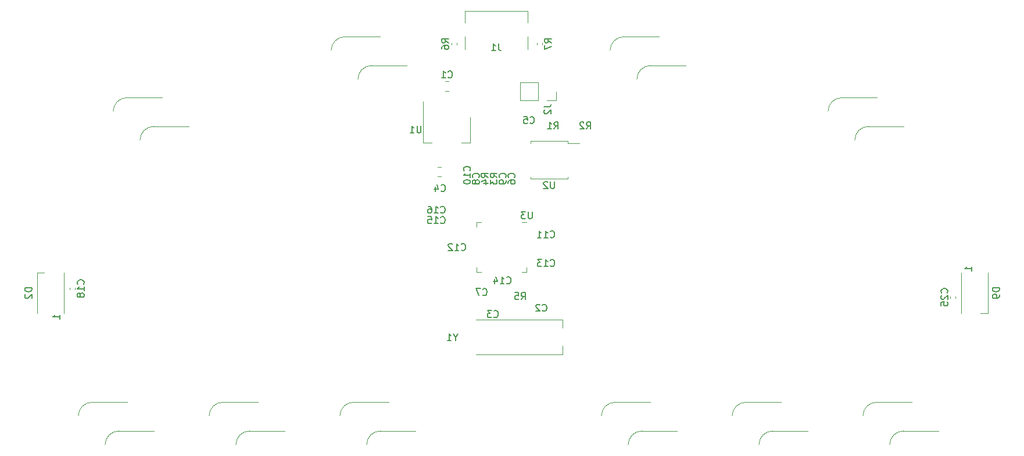
<source format=gbr>
G04 #@! TF.GenerationSoftware,KiCad,Pcbnew,(6.0.5)*
G04 #@! TF.CreationDate,2022-05-28T18:13:48+02:00*
G04 #@! TF.ProjectId,minigeki,6d696e69-6765-46b6-992e-6b696361645f,REV1*
G04 #@! TF.SameCoordinates,Original*
G04 #@! TF.FileFunction,Legend,Bot*
G04 #@! TF.FilePolarity,Positive*
%FSLAX46Y46*%
G04 Gerber Fmt 4.6, Leading zero omitted, Abs format (unit mm)*
G04 Created by KiCad (PCBNEW (6.0.5)) date 2022-05-28 18:13:48*
%MOMM*%
%LPD*%
G01*
G04 APERTURE LIST*
%ADD10C,0.150000*%
%ADD11C,0.120000*%
G04 APERTURE END LIST*
D10*
X91200666Y-91797142D02*
X91248285Y-91844761D01*
X91391142Y-91892380D01*
X91486380Y-91892380D01*
X91629238Y-91844761D01*
X91724476Y-91749523D01*
X91772095Y-91654285D01*
X91819714Y-91463809D01*
X91819714Y-91320952D01*
X91772095Y-91130476D01*
X91724476Y-91035238D01*
X91629238Y-90940000D01*
X91486380Y-90892380D01*
X91391142Y-90892380D01*
X91248285Y-90940000D01*
X91200666Y-90987619D01*
X90343523Y-91225714D02*
X90343523Y-91892380D01*
X90581619Y-90844761D02*
X90819714Y-91559047D01*
X90200666Y-91559047D01*
X106205364Y-79545791D02*
X106919650Y-79545791D01*
X107062507Y-79498172D01*
X107157745Y-79402934D01*
X107205364Y-79260077D01*
X107205364Y-79164839D01*
X106300603Y-79974363D02*
X106252984Y-80021982D01*
X106205364Y-80117220D01*
X106205364Y-80355315D01*
X106252984Y-80450553D01*
X106300603Y-80498172D01*
X106395841Y-80545791D01*
X106491079Y-80545791D01*
X106633936Y-80498172D01*
X107205364Y-79926744D01*
X107205364Y-80545791D01*
X95367142Y-88857142D02*
X95414761Y-88809523D01*
X95462380Y-88666666D01*
X95462380Y-88571428D01*
X95414761Y-88428571D01*
X95319523Y-88333333D01*
X95224285Y-88285714D01*
X95033809Y-88238095D01*
X94890952Y-88238095D01*
X94700476Y-88285714D01*
X94605238Y-88333333D01*
X94510000Y-88428571D01*
X94462380Y-88571428D01*
X94462380Y-88666666D01*
X94510000Y-88809523D01*
X94557619Y-88857142D01*
X95462380Y-89809523D02*
X95462380Y-89238095D01*
X95462380Y-89523809D02*
X94462380Y-89523809D01*
X94605238Y-89428571D01*
X94700476Y-89333333D01*
X94748095Y-89238095D01*
X94462380Y-90428571D02*
X94462380Y-90523809D01*
X94510000Y-90619047D01*
X94557619Y-90666666D01*
X94652857Y-90714285D01*
X94843333Y-90761904D01*
X95081428Y-90761904D01*
X95271904Y-90714285D01*
X95367142Y-90666666D01*
X95414761Y-90619047D01*
X95462380Y-90523809D01*
X95462380Y-90428571D01*
X95414761Y-90333333D01*
X95367142Y-90285714D01*
X95271904Y-90238095D01*
X95081428Y-90190476D01*
X94843333Y-90190476D01*
X94652857Y-90238095D01*
X94557619Y-90285714D01*
X94510000Y-90333333D01*
X94462380Y-90428571D01*
X96667142Y-89833333D02*
X96714761Y-89785714D01*
X96762380Y-89642857D01*
X96762380Y-89547619D01*
X96714761Y-89404761D01*
X96619523Y-89309523D01*
X96524285Y-89261904D01*
X96333809Y-89214285D01*
X96190952Y-89214285D01*
X96000476Y-89261904D01*
X95905238Y-89309523D01*
X95810000Y-89404761D01*
X95762380Y-89547619D01*
X95762380Y-89642857D01*
X95810000Y-89785714D01*
X95857619Y-89833333D01*
X96190952Y-90404761D02*
X96143333Y-90309523D01*
X96095714Y-90261904D01*
X96000476Y-90214285D01*
X95952857Y-90214285D01*
X95857619Y-90261904D01*
X95810000Y-90309523D01*
X95762380Y-90404761D01*
X95762380Y-90595238D01*
X95810000Y-90690476D01*
X95857619Y-90738095D01*
X95952857Y-90785714D01*
X96000476Y-90785714D01*
X96095714Y-90738095D01*
X96143333Y-90690476D01*
X96190952Y-90595238D01*
X96190952Y-90404761D01*
X96238571Y-90309523D01*
X96286190Y-90261904D01*
X96381428Y-90214285D01*
X96571904Y-90214285D01*
X96667142Y-90261904D01*
X96714761Y-90309523D01*
X96762380Y-90404761D01*
X96762380Y-90595238D01*
X96714761Y-90690476D01*
X96667142Y-90738095D01*
X96571904Y-90785714D01*
X96381428Y-90785714D01*
X96286190Y-90738095D01*
X96238571Y-90690476D01*
X96190952Y-90595238D01*
X107127857Y-102727142D02*
X107175476Y-102774761D01*
X107318333Y-102822380D01*
X107413571Y-102822380D01*
X107556428Y-102774761D01*
X107651666Y-102679523D01*
X107699285Y-102584285D01*
X107746904Y-102393809D01*
X107746904Y-102250952D01*
X107699285Y-102060476D01*
X107651666Y-101965238D01*
X107556428Y-101870000D01*
X107413571Y-101822380D01*
X107318333Y-101822380D01*
X107175476Y-101870000D01*
X107127857Y-101917619D01*
X106175476Y-102822380D02*
X106746904Y-102822380D01*
X106461190Y-102822380D02*
X106461190Y-101822380D01*
X106556428Y-101965238D01*
X106651666Y-102060476D01*
X106746904Y-102108095D01*
X105842142Y-101822380D02*
X105223095Y-101822380D01*
X105556428Y-102203333D01*
X105413571Y-102203333D01*
X105318333Y-102250952D01*
X105270714Y-102298571D01*
X105223095Y-102393809D01*
X105223095Y-102631904D01*
X105270714Y-102727142D01*
X105318333Y-102774761D01*
X105413571Y-102822380D01*
X105699285Y-102822380D01*
X105794523Y-102774761D01*
X105842142Y-102727142D01*
X104166666Y-81857142D02*
X104214285Y-81904761D01*
X104357142Y-81952380D01*
X104452380Y-81952380D01*
X104595238Y-81904761D01*
X104690476Y-81809523D01*
X104738095Y-81714285D01*
X104785714Y-81523809D01*
X104785714Y-81380952D01*
X104738095Y-81190476D01*
X104690476Y-81095238D01*
X104595238Y-81000000D01*
X104452380Y-80952380D01*
X104357142Y-80952380D01*
X104214285Y-81000000D01*
X104166666Y-81047619D01*
X103261904Y-80952380D02*
X103738095Y-80952380D01*
X103785714Y-81428571D01*
X103738095Y-81380952D01*
X103642857Y-81333333D01*
X103404761Y-81333333D01*
X103309523Y-81380952D01*
X103261904Y-81428571D01*
X103214285Y-81523809D01*
X103214285Y-81761904D01*
X103261904Y-81857142D01*
X103309523Y-81904761D01*
X103404761Y-81952380D01*
X103642857Y-81952380D01*
X103738095Y-81904761D01*
X103785714Y-81857142D01*
X112366666Y-82752380D02*
X112700000Y-82276190D01*
X112938095Y-82752380D02*
X112938095Y-81752380D01*
X112557142Y-81752380D01*
X112461904Y-81800000D01*
X112414285Y-81847619D01*
X112366666Y-81942857D01*
X112366666Y-82085714D01*
X112414285Y-82180952D01*
X112461904Y-82228571D01*
X112557142Y-82276190D01*
X112938095Y-82276190D01*
X111985714Y-81847619D02*
X111938095Y-81800000D01*
X111842857Y-81752380D01*
X111604761Y-81752380D01*
X111509523Y-81800000D01*
X111461904Y-81847619D01*
X111414285Y-81942857D01*
X111414285Y-82038095D01*
X111461904Y-82180952D01*
X112033333Y-82752380D01*
X111414285Y-82752380D01*
X88261904Y-82302380D02*
X88261904Y-83111904D01*
X88214285Y-83207142D01*
X88166666Y-83254761D01*
X88071428Y-83302380D01*
X87880952Y-83302380D01*
X87785714Y-83254761D01*
X87738095Y-83207142D01*
X87690476Y-83111904D01*
X87690476Y-82302380D01*
X86690476Y-83302380D02*
X87261904Y-83302380D01*
X86976190Y-83302380D02*
X86976190Y-82302380D01*
X87071428Y-82445238D01*
X87166666Y-82540476D01*
X87261904Y-82588095D01*
X107711904Y-90452380D02*
X107711904Y-91261904D01*
X107664285Y-91357142D01*
X107616666Y-91404761D01*
X107521428Y-91452380D01*
X107330952Y-91452380D01*
X107235714Y-91404761D01*
X107188095Y-91357142D01*
X107140476Y-91261904D01*
X107140476Y-90452380D01*
X106711904Y-90547619D02*
X106664285Y-90500000D01*
X106569047Y-90452380D01*
X106330952Y-90452380D01*
X106235714Y-90500000D01*
X106188095Y-90547619D01*
X106140476Y-90642857D01*
X106140476Y-90738095D01*
X106188095Y-90880952D01*
X106759523Y-91452380D01*
X106140476Y-91452380D01*
X98896666Y-110171142D02*
X98944285Y-110218761D01*
X99087142Y-110266380D01*
X99182380Y-110266380D01*
X99325238Y-110218761D01*
X99420476Y-110123523D01*
X99468095Y-110028285D01*
X99515714Y-109837809D01*
X99515714Y-109694952D01*
X99468095Y-109504476D01*
X99420476Y-109409238D01*
X99325238Y-109314000D01*
X99182380Y-109266380D01*
X99087142Y-109266380D01*
X98944285Y-109314000D01*
X98896666Y-109361619D01*
X98563333Y-109266380D02*
X97944285Y-109266380D01*
X98277619Y-109647333D01*
X98134761Y-109647333D01*
X98039523Y-109694952D01*
X97991904Y-109742571D01*
X97944285Y-109837809D01*
X97944285Y-110075904D01*
X97991904Y-110171142D01*
X98039523Y-110218761D01*
X98134761Y-110266380D01*
X98420476Y-110266380D01*
X98515714Y-110218761D01*
X98563333Y-110171142D01*
X107666666Y-82752380D02*
X108000000Y-82276190D01*
X108238095Y-82752380D02*
X108238095Y-81752380D01*
X107857142Y-81752380D01*
X107761904Y-81800000D01*
X107714285Y-81847619D01*
X107666666Y-81942857D01*
X107666666Y-82085714D01*
X107714285Y-82180952D01*
X107761904Y-82228571D01*
X107857142Y-82276190D01*
X108238095Y-82276190D01*
X106714285Y-82752380D02*
X107285714Y-82752380D01*
X107000000Y-82752380D02*
X107000000Y-81752380D01*
X107095238Y-81895238D01*
X107190476Y-81990476D01*
X107285714Y-82038095D01*
X100557142Y-89833333D02*
X100604761Y-89785714D01*
X100652380Y-89642857D01*
X100652380Y-89547619D01*
X100604761Y-89404761D01*
X100509523Y-89309523D01*
X100414285Y-89261904D01*
X100223809Y-89214285D01*
X100080952Y-89214285D01*
X99890476Y-89261904D01*
X99795238Y-89309523D01*
X99700000Y-89404761D01*
X99652380Y-89547619D01*
X99652380Y-89642857D01*
X99700000Y-89785714D01*
X99747619Y-89833333D01*
X100652380Y-90309523D02*
X100652380Y-90500000D01*
X100604761Y-90595238D01*
X100557142Y-90642857D01*
X100414285Y-90738095D01*
X100223809Y-90785714D01*
X99842857Y-90785714D01*
X99747619Y-90738095D01*
X99700000Y-90690476D01*
X99652380Y-90595238D01*
X99652380Y-90404761D01*
X99700000Y-90309523D01*
X99747619Y-90261904D01*
X99842857Y-90214285D01*
X100080952Y-90214285D01*
X100176190Y-90261904D01*
X100223809Y-90309523D01*
X100271428Y-90404761D01*
X100271428Y-90595238D01*
X100223809Y-90690476D01*
X100176190Y-90738095D01*
X100080952Y-90785714D01*
X94157857Y-100387142D02*
X94205476Y-100434761D01*
X94348333Y-100482380D01*
X94443571Y-100482380D01*
X94586428Y-100434761D01*
X94681666Y-100339523D01*
X94729285Y-100244285D01*
X94776904Y-100053809D01*
X94776904Y-99910952D01*
X94729285Y-99720476D01*
X94681666Y-99625238D01*
X94586428Y-99530000D01*
X94443571Y-99482380D01*
X94348333Y-99482380D01*
X94205476Y-99530000D01*
X94157857Y-99577619D01*
X93205476Y-100482380D02*
X93776904Y-100482380D01*
X93491190Y-100482380D02*
X93491190Y-99482380D01*
X93586428Y-99625238D01*
X93681666Y-99720476D01*
X93776904Y-99768095D01*
X92824523Y-99577619D02*
X92776904Y-99530000D01*
X92681666Y-99482380D01*
X92443571Y-99482380D01*
X92348333Y-99530000D01*
X92300714Y-99577619D01*
X92253095Y-99672857D01*
X92253095Y-99768095D01*
X92300714Y-99910952D01*
X92872142Y-100482380D01*
X92253095Y-100482380D01*
X100761857Y-105257142D02*
X100809476Y-105304761D01*
X100952333Y-105352380D01*
X101047571Y-105352380D01*
X101190428Y-105304761D01*
X101285666Y-105209523D01*
X101333285Y-105114285D01*
X101380904Y-104923809D01*
X101380904Y-104780952D01*
X101333285Y-104590476D01*
X101285666Y-104495238D01*
X101190428Y-104400000D01*
X101047571Y-104352380D01*
X100952333Y-104352380D01*
X100809476Y-104400000D01*
X100761857Y-104447619D01*
X99809476Y-105352380D02*
X100380904Y-105352380D01*
X100095190Y-105352380D02*
X100095190Y-104352380D01*
X100190428Y-104495238D01*
X100285666Y-104590476D01*
X100380904Y-104638095D01*
X98952333Y-104685714D02*
X98952333Y-105352380D01*
X99190428Y-104304761D02*
X99428523Y-105019047D01*
X98809476Y-105019047D01*
X99362380Y-89833333D02*
X98886190Y-89500000D01*
X99362380Y-89261904D02*
X98362380Y-89261904D01*
X98362380Y-89642857D01*
X98410000Y-89738095D01*
X98457619Y-89785714D01*
X98552857Y-89833333D01*
X98695714Y-89833333D01*
X98790952Y-89785714D01*
X98838571Y-89738095D01*
X98886190Y-89642857D01*
X98886190Y-89261904D01*
X98362380Y-90166666D02*
X98362380Y-90785714D01*
X98743333Y-90452380D01*
X98743333Y-90595238D01*
X98790952Y-90690476D01*
X98838571Y-90738095D01*
X98933809Y-90785714D01*
X99171904Y-90785714D01*
X99267142Y-90738095D01*
X99314761Y-90690476D01*
X99362380Y-90595238D01*
X99362380Y-90309523D01*
X99314761Y-90214285D01*
X99267142Y-90166666D01*
X97266666Y-106957142D02*
X97314285Y-107004761D01*
X97457142Y-107052380D01*
X97552380Y-107052380D01*
X97695238Y-107004761D01*
X97790476Y-106909523D01*
X97838095Y-106814285D01*
X97885714Y-106623809D01*
X97885714Y-106480952D01*
X97838095Y-106290476D01*
X97790476Y-106195238D01*
X97695238Y-106100000D01*
X97552380Y-106052380D01*
X97457142Y-106052380D01*
X97314285Y-106100000D01*
X97266666Y-106147619D01*
X96933333Y-106052380D02*
X96266666Y-106052380D01*
X96695238Y-107052380D01*
X92229166Y-75207142D02*
X92276785Y-75254761D01*
X92419642Y-75302380D01*
X92514880Y-75302380D01*
X92657738Y-75254761D01*
X92752976Y-75159523D01*
X92800595Y-75064285D01*
X92848214Y-74873809D01*
X92848214Y-74730952D01*
X92800595Y-74540476D01*
X92752976Y-74445238D01*
X92657738Y-74350000D01*
X92514880Y-74302380D01*
X92419642Y-74302380D01*
X92276785Y-74350000D01*
X92229166Y-74397619D01*
X91276785Y-75302380D02*
X91848214Y-75302380D01*
X91562500Y-75302380D02*
X91562500Y-74302380D01*
X91657738Y-74445238D01*
X91752976Y-74540476D01*
X91848214Y-74588095D01*
X107127857Y-98527142D02*
X107175476Y-98574761D01*
X107318333Y-98622380D01*
X107413571Y-98622380D01*
X107556428Y-98574761D01*
X107651666Y-98479523D01*
X107699285Y-98384285D01*
X107746904Y-98193809D01*
X107746904Y-98050952D01*
X107699285Y-97860476D01*
X107651666Y-97765238D01*
X107556428Y-97670000D01*
X107413571Y-97622380D01*
X107318333Y-97622380D01*
X107175476Y-97670000D01*
X107127857Y-97717619D01*
X106175476Y-98622380D02*
X106746904Y-98622380D01*
X106461190Y-98622380D02*
X106461190Y-97622380D01*
X106556428Y-97765238D01*
X106651666Y-97860476D01*
X106746904Y-97908095D01*
X105223095Y-98622380D02*
X105794523Y-98622380D01*
X105508809Y-98622380D02*
X105508809Y-97622380D01*
X105604047Y-97765238D01*
X105699285Y-97860476D01*
X105794523Y-97908095D01*
X91142857Y-94957142D02*
X91190476Y-95004761D01*
X91333333Y-95052380D01*
X91428571Y-95052380D01*
X91571428Y-95004761D01*
X91666666Y-94909523D01*
X91714285Y-94814285D01*
X91761904Y-94623809D01*
X91761904Y-94480952D01*
X91714285Y-94290476D01*
X91666666Y-94195238D01*
X91571428Y-94100000D01*
X91428571Y-94052380D01*
X91333333Y-94052380D01*
X91190476Y-94100000D01*
X91142857Y-94147619D01*
X90190476Y-95052380D02*
X90761904Y-95052380D01*
X90476190Y-95052380D02*
X90476190Y-94052380D01*
X90571428Y-94195238D01*
X90666666Y-94290476D01*
X90761904Y-94338095D01*
X89333333Y-94052380D02*
X89523809Y-94052380D01*
X89619047Y-94100000D01*
X89666666Y-94147619D01*
X89761904Y-94290476D01*
X89809523Y-94480952D01*
X89809523Y-94861904D01*
X89761904Y-94957142D01*
X89714285Y-95004761D01*
X89619047Y-95052380D01*
X89428571Y-95052380D01*
X89333333Y-95004761D01*
X89285714Y-94957142D01*
X89238095Y-94861904D01*
X89238095Y-94623809D01*
X89285714Y-94528571D01*
X89333333Y-94480952D01*
X89428571Y-94433333D01*
X89619047Y-94433333D01*
X89714285Y-94480952D01*
X89761904Y-94528571D01*
X89809523Y-94623809D01*
X104471904Y-94852380D02*
X104471904Y-95661904D01*
X104424285Y-95757142D01*
X104376666Y-95804761D01*
X104281428Y-95852380D01*
X104090952Y-95852380D01*
X103995714Y-95804761D01*
X103948095Y-95757142D01*
X103900476Y-95661904D01*
X103900476Y-94852380D01*
X103519523Y-94852380D02*
X102900476Y-94852380D01*
X103233809Y-95233333D01*
X103090952Y-95233333D01*
X102995714Y-95280952D01*
X102948095Y-95328571D01*
X102900476Y-95423809D01*
X102900476Y-95661904D01*
X102948095Y-95757142D01*
X102995714Y-95804761D01*
X103090952Y-95852380D01*
X103376666Y-95852380D01*
X103471904Y-95804761D01*
X103519523Y-95757142D01*
X105966666Y-109257142D02*
X106014285Y-109304761D01*
X106157142Y-109352380D01*
X106252380Y-109352380D01*
X106395238Y-109304761D01*
X106490476Y-109209523D01*
X106538095Y-109114285D01*
X106585714Y-108923809D01*
X106585714Y-108780952D01*
X106538095Y-108590476D01*
X106490476Y-108495238D01*
X106395238Y-108400000D01*
X106252380Y-108352380D01*
X106157142Y-108352380D01*
X106014285Y-108400000D01*
X105966666Y-108447619D01*
X105585714Y-108447619D02*
X105538095Y-108400000D01*
X105442857Y-108352380D01*
X105204761Y-108352380D01*
X105109523Y-108400000D01*
X105061904Y-108447619D01*
X105014285Y-108542857D01*
X105014285Y-108638095D01*
X105061904Y-108780952D01*
X105633333Y-109352380D01*
X105014285Y-109352380D01*
X98062380Y-89833333D02*
X97586190Y-89500000D01*
X98062380Y-89261904D02*
X97062380Y-89261904D01*
X97062380Y-89642857D01*
X97110000Y-89738095D01*
X97157619Y-89785714D01*
X97252857Y-89833333D01*
X97395714Y-89833333D01*
X97490952Y-89785714D01*
X97538571Y-89738095D01*
X97586190Y-89642857D01*
X97586190Y-89261904D01*
X97395714Y-90690476D02*
X98062380Y-90690476D01*
X97014761Y-90452380D02*
X97729047Y-90214285D01*
X97729047Y-90833333D01*
X101867142Y-89833333D02*
X101914761Y-89785714D01*
X101962380Y-89642857D01*
X101962380Y-89547619D01*
X101914761Y-89404761D01*
X101819523Y-89309523D01*
X101724285Y-89261904D01*
X101533809Y-89214285D01*
X101390952Y-89214285D01*
X101200476Y-89261904D01*
X101105238Y-89309523D01*
X101010000Y-89404761D01*
X100962380Y-89547619D01*
X100962380Y-89642857D01*
X101010000Y-89785714D01*
X101057619Y-89833333D01*
X100962380Y-90690476D02*
X100962380Y-90500000D01*
X101010000Y-90404761D01*
X101057619Y-90357142D01*
X101200476Y-90261904D01*
X101390952Y-90214285D01*
X101771904Y-90214285D01*
X101867142Y-90261904D01*
X101914761Y-90309523D01*
X101962380Y-90404761D01*
X101962380Y-90595238D01*
X101914761Y-90690476D01*
X101867142Y-90738095D01*
X101771904Y-90785714D01*
X101533809Y-90785714D01*
X101438571Y-90738095D01*
X101390952Y-90690476D01*
X101343333Y-90595238D01*
X101343333Y-90404761D01*
X101390952Y-90309523D01*
X101438571Y-90261904D01*
X101533809Y-90214285D01*
X91142857Y-96457142D02*
X91190476Y-96504761D01*
X91333333Y-96552380D01*
X91428571Y-96552380D01*
X91571428Y-96504761D01*
X91666666Y-96409523D01*
X91714285Y-96314285D01*
X91761904Y-96123809D01*
X91761904Y-95980952D01*
X91714285Y-95790476D01*
X91666666Y-95695238D01*
X91571428Y-95600000D01*
X91428571Y-95552380D01*
X91333333Y-95552380D01*
X91190476Y-95600000D01*
X91142857Y-95647619D01*
X90190476Y-96552380D02*
X90761904Y-96552380D01*
X90476190Y-96552380D02*
X90476190Y-95552380D01*
X90571428Y-95695238D01*
X90666666Y-95790476D01*
X90761904Y-95838095D01*
X89285714Y-95552380D02*
X89761904Y-95552380D01*
X89809523Y-96028571D01*
X89761904Y-95980952D01*
X89666666Y-95933333D01*
X89428571Y-95933333D01*
X89333333Y-95980952D01*
X89285714Y-96028571D01*
X89238095Y-96123809D01*
X89238095Y-96361904D01*
X89285714Y-96457142D01*
X89333333Y-96504761D01*
X89428571Y-96552380D01*
X89666666Y-96552380D01*
X89761904Y-96504761D01*
X89809523Y-96457142D01*
X102866666Y-107652380D02*
X103200000Y-107176190D01*
X103438095Y-107652380D02*
X103438095Y-106652380D01*
X103057142Y-106652380D01*
X102961904Y-106700000D01*
X102914285Y-106747619D01*
X102866666Y-106842857D01*
X102866666Y-106985714D01*
X102914285Y-107080952D01*
X102961904Y-107128571D01*
X103057142Y-107176190D01*
X103438095Y-107176190D01*
X101961904Y-106652380D02*
X102438095Y-106652380D01*
X102485714Y-107128571D01*
X102438095Y-107080952D01*
X102342857Y-107033333D01*
X102104761Y-107033333D01*
X102009523Y-107080952D01*
X101961904Y-107128571D01*
X101914285Y-107223809D01*
X101914285Y-107461904D01*
X101961904Y-107557142D01*
X102009523Y-107604761D01*
X102104761Y-107652380D01*
X102342857Y-107652380D01*
X102438095Y-107604761D01*
X102485714Y-107557142D01*
X93286190Y-113176190D02*
X93286190Y-113652380D01*
X93619523Y-112652380D02*
X93286190Y-113176190D01*
X92952857Y-112652380D01*
X92095714Y-113652380D02*
X92667142Y-113652380D01*
X92381428Y-113652380D02*
X92381428Y-112652380D01*
X92476666Y-112795238D01*
X92571904Y-112890476D01*
X92667142Y-112938095D01*
X164932142Y-106672142D02*
X164979761Y-106624523D01*
X165027380Y-106481666D01*
X165027380Y-106386428D01*
X164979761Y-106243571D01*
X164884523Y-106148333D01*
X164789285Y-106100714D01*
X164598809Y-106053095D01*
X164455952Y-106053095D01*
X164265476Y-106100714D01*
X164170238Y-106148333D01*
X164075000Y-106243571D01*
X164027380Y-106386428D01*
X164027380Y-106481666D01*
X164075000Y-106624523D01*
X164122619Y-106672142D01*
X164122619Y-107053095D02*
X164075000Y-107100714D01*
X164027380Y-107195952D01*
X164027380Y-107434047D01*
X164075000Y-107529285D01*
X164122619Y-107576904D01*
X164217857Y-107624523D01*
X164313095Y-107624523D01*
X164455952Y-107576904D01*
X165027380Y-107005476D01*
X165027380Y-107624523D01*
X164027380Y-108529285D02*
X164027380Y-108053095D01*
X164503571Y-108005476D01*
X164455952Y-108053095D01*
X164408333Y-108148333D01*
X164408333Y-108386428D01*
X164455952Y-108481666D01*
X164503571Y-108529285D01*
X164598809Y-108576904D01*
X164836904Y-108576904D01*
X164932142Y-108529285D01*
X164979761Y-108481666D01*
X165027380Y-108386428D01*
X165027380Y-108148333D01*
X164979761Y-108053095D01*
X164932142Y-108005476D01*
X107290380Y-70176333D02*
X106814190Y-69843000D01*
X107290380Y-69604904D02*
X106290380Y-69604904D01*
X106290380Y-69985857D01*
X106338000Y-70081095D01*
X106385619Y-70128714D01*
X106480857Y-70176333D01*
X106623714Y-70176333D01*
X106718952Y-70128714D01*
X106766571Y-70081095D01*
X106814190Y-69985857D01*
X106814190Y-69604904D01*
X106290380Y-70509666D02*
X106290380Y-71176333D01*
X107290380Y-70747761D01*
X172537380Y-105941904D02*
X171537380Y-105941904D01*
X171537380Y-106180000D01*
X171585000Y-106322857D01*
X171680238Y-106418095D01*
X171775476Y-106465714D01*
X171965952Y-106513333D01*
X172108809Y-106513333D01*
X172299285Y-106465714D01*
X172394523Y-106418095D01*
X172489761Y-106322857D01*
X172537380Y-106180000D01*
X172537380Y-105941904D01*
X172537380Y-106989523D02*
X172537380Y-107180000D01*
X172489761Y-107275238D01*
X172442142Y-107322857D01*
X172299285Y-107418095D01*
X172108809Y-107465714D01*
X171727857Y-107465714D01*
X171632619Y-107418095D01*
X171585000Y-107370476D01*
X171537380Y-107275238D01*
X171537380Y-107084761D01*
X171585000Y-106989523D01*
X171632619Y-106941904D01*
X171727857Y-106894285D01*
X171965952Y-106894285D01*
X172061190Y-106941904D01*
X172108809Y-106989523D01*
X172156428Y-107084761D01*
X172156428Y-107275238D01*
X172108809Y-107370476D01*
X172061190Y-107418095D01*
X171965952Y-107465714D01*
X168487380Y-103465714D02*
X168487380Y-102894285D01*
X168487380Y-103180000D02*
X167487380Y-103180000D01*
X167630238Y-103084761D01*
X167725476Y-102989523D01*
X167773095Y-102894285D01*
X99551333Y-70303380D02*
X99551333Y-71017666D01*
X99598952Y-71160523D01*
X99694190Y-71255761D01*
X99837047Y-71303380D01*
X99932285Y-71303380D01*
X98551333Y-71303380D02*
X99122761Y-71303380D01*
X98837047Y-71303380D02*
X98837047Y-70303380D01*
X98932285Y-70446238D01*
X99027523Y-70541476D01*
X99122761Y-70589095D01*
X39092142Y-105402142D02*
X39139761Y-105354523D01*
X39187380Y-105211666D01*
X39187380Y-105116428D01*
X39139761Y-104973571D01*
X39044523Y-104878333D01*
X38949285Y-104830714D01*
X38758809Y-104783095D01*
X38615952Y-104783095D01*
X38425476Y-104830714D01*
X38330238Y-104878333D01*
X38235000Y-104973571D01*
X38187380Y-105116428D01*
X38187380Y-105211666D01*
X38235000Y-105354523D01*
X38282619Y-105402142D01*
X39187380Y-106354523D02*
X39187380Y-105783095D01*
X39187380Y-106068809D02*
X38187380Y-106068809D01*
X38330238Y-105973571D01*
X38425476Y-105878333D01*
X38473095Y-105783095D01*
X38615952Y-106925952D02*
X38568333Y-106830714D01*
X38520714Y-106783095D01*
X38425476Y-106735476D01*
X38377857Y-106735476D01*
X38282619Y-106783095D01*
X38235000Y-106830714D01*
X38187380Y-106925952D01*
X38187380Y-107116428D01*
X38235000Y-107211666D01*
X38282619Y-107259285D01*
X38377857Y-107306904D01*
X38425476Y-107306904D01*
X38520714Y-107259285D01*
X38568333Y-107211666D01*
X38615952Y-107116428D01*
X38615952Y-106925952D01*
X38663571Y-106830714D01*
X38711190Y-106783095D01*
X38806428Y-106735476D01*
X38996904Y-106735476D01*
X39092142Y-106783095D01*
X39139761Y-106830714D01*
X39187380Y-106925952D01*
X39187380Y-107116428D01*
X39139761Y-107211666D01*
X39092142Y-107259285D01*
X38996904Y-107306904D01*
X38806428Y-107306904D01*
X38711190Y-107259285D01*
X38663571Y-107211666D01*
X38615952Y-107116428D01*
X92304380Y-70178333D02*
X91828190Y-69845000D01*
X92304380Y-69606904D02*
X91304380Y-69606904D01*
X91304380Y-69987857D01*
X91352000Y-70083095D01*
X91399619Y-70130714D01*
X91494857Y-70178333D01*
X91637714Y-70178333D01*
X91732952Y-70130714D01*
X91780571Y-70083095D01*
X91828190Y-69987857D01*
X91828190Y-69606904D01*
X91304380Y-71035476D02*
X91304380Y-70845000D01*
X91352000Y-70749761D01*
X91399619Y-70702142D01*
X91542476Y-70606904D01*
X91732952Y-70559285D01*
X92113904Y-70559285D01*
X92209142Y-70606904D01*
X92256761Y-70654523D01*
X92304380Y-70749761D01*
X92304380Y-70940238D01*
X92256761Y-71035476D01*
X92209142Y-71083095D01*
X92113904Y-71130714D01*
X91875809Y-71130714D01*
X91780571Y-71083095D01*
X91732952Y-71035476D01*
X91685333Y-70940238D01*
X91685333Y-70749761D01*
X91732952Y-70654523D01*
X91780571Y-70606904D01*
X91875809Y-70559285D01*
X31567380Y-105941904D02*
X30567380Y-105941904D01*
X30567380Y-106180000D01*
X30615000Y-106322857D01*
X30710238Y-106418095D01*
X30805476Y-106465714D01*
X30995952Y-106513333D01*
X31138809Y-106513333D01*
X31329285Y-106465714D01*
X31424523Y-106418095D01*
X31519761Y-106322857D01*
X31567380Y-106180000D01*
X31567380Y-105941904D01*
X30662619Y-106894285D02*
X30615000Y-106941904D01*
X30567380Y-107037142D01*
X30567380Y-107275238D01*
X30615000Y-107370476D01*
X30662619Y-107418095D01*
X30757857Y-107465714D01*
X30853095Y-107465714D01*
X30995952Y-107418095D01*
X31567380Y-106846666D01*
X31567380Y-107465714D01*
X35617380Y-110465714D02*
X35617380Y-109894285D01*
X35617380Y-110180000D02*
X34617380Y-110180000D01*
X34760238Y-110084761D01*
X34855476Y-109989523D01*
X34903095Y-109894285D01*
D11*
X121720000Y-73500000D02*
X126820000Y-73500000D01*
X117820000Y-69300000D02*
X122920000Y-69300000D01*
X121720000Y-73500000D02*
G75*
G03*
X119720000Y-75500000I-1J-1999999D01*
G01*
X117820000Y-69300000D02*
G75*
G03*
X115820000Y-71300000I-1J-1999999D01*
G01*
X49330000Y-82390000D02*
X54430000Y-82390000D01*
X45430000Y-78190000D02*
X50530000Y-78190000D01*
X45430000Y-78190000D02*
G75*
G03*
X43430000Y-80190000I-1J-1999999D01*
G01*
X49330000Y-82390000D02*
G75*
G03*
X47330000Y-84390000I-1J-1999999D01*
G01*
X82350000Y-126840000D02*
X87450000Y-126840000D01*
X78450000Y-122640000D02*
X83550000Y-122640000D01*
X82350000Y-126840000D02*
G75*
G03*
X80350000Y-128840000I-1J-1999999D01*
G01*
X78450000Y-122640000D02*
G75*
G03*
X76450000Y-124640000I-1J-1999999D01*
G01*
X135600000Y-122640000D02*
X140700000Y-122640000D01*
X139500000Y-126840000D02*
X144600000Y-126840000D01*
X139500000Y-126840000D02*
G75*
G03*
X137500000Y-128840000I-1J-1999999D01*
G01*
X135600000Y-122640000D02*
G75*
G03*
X133600000Y-124640000I-1J-1999999D01*
G01*
X44250000Y-126840000D02*
X49350000Y-126840000D01*
X40350000Y-122640000D02*
X45450000Y-122640000D01*
X40350000Y-122640000D02*
G75*
G03*
X38350000Y-124640000I-1J-1999999D01*
G01*
X44250000Y-126840000D02*
G75*
G03*
X42250000Y-128840000I-1J-1999999D01*
G01*
X59400000Y-122640000D02*
X64500000Y-122640000D01*
X63300000Y-126840000D02*
X68400000Y-126840000D01*
X63300000Y-126840000D02*
G75*
G03*
X61300000Y-128840000I-1J-1999999D01*
G01*
X59400000Y-122640000D02*
G75*
G03*
X57400000Y-124640000I-1J-1999999D01*
G01*
X149570000Y-78190000D02*
X154670000Y-78190000D01*
X153470000Y-82390000D02*
X158570000Y-82390000D01*
X153470000Y-82390000D02*
G75*
G03*
X151470000Y-84390000I-1J-1999999D01*
G01*
X149570000Y-78190000D02*
G75*
G03*
X147570000Y-80190000I-1J-1999999D01*
G01*
X116550000Y-122640000D02*
X121650000Y-122640000D01*
X120450000Y-126840000D02*
X125550000Y-126840000D01*
X116550000Y-122640000D02*
G75*
G03*
X114550000Y-124640000I-1J-1999999D01*
G01*
X120450000Y-126840000D02*
G75*
G03*
X118450000Y-128840000I-1J-1999999D01*
G01*
X77180000Y-69300000D02*
X82280000Y-69300000D01*
X81080000Y-73500000D02*
X86180000Y-73500000D01*
X81080000Y-73500000D02*
G75*
G03*
X79080000Y-75500000I-1J-1999999D01*
G01*
X77180000Y-69300000D02*
G75*
G03*
X75180000Y-71300000I-1J-1999999D01*
G01*
X154650000Y-122640000D02*
X159750000Y-122640000D01*
X158550000Y-126840000D02*
X163650000Y-126840000D01*
X158550000Y-126840000D02*
G75*
G03*
X156550000Y-128840000I-1J-1999999D01*
G01*
X154650000Y-122640000D02*
G75*
G03*
X152650000Y-124640000I-1J-1999999D01*
G01*
X91233578Y-88290000D02*
X90716422Y-88290000D01*
X91233578Y-89710000D02*
X90716422Y-89710000D01*
X105322984Y-75959125D02*
X102722984Y-75959125D01*
X106592984Y-78619125D02*
X107922984Y-78619125D01*
X102722984Y-78619125D02*
X102722984Y-75959125D01*
X105322984Y-78619125D02*
X102722984Y-78619125D01*
X107922984Y-78619125D02*
X107922984Y-77289125D01*
X105322984Y-78619125D02*
X105322984Y-75959125D01*
X88590000Y-84760000D02*
X89850000Y-84760000D01*
X95410000Y-81000000D02*
X95410000Y-84760000D01*
X95410000Y-84760000D02*
X94150000Y-84760000D01*
X88590000Y-78750000D02*
X88590000Y-84760000D01*
X104225000Y-90000000D02*
X104225000Y-89740000D01*
X106950000Y-90000000D02*
X104225000Y-90000000D01*
X109675000Y-84550000D02*
X109675000Y-84810000D01*
X106950000Y-84550000D02*
X109675000Y-84550000D01*
X106950000Y-90000000D02*
X109675000Y-90000000D01*
X109675000Y-90000000D02*
X109675000Y-89740000D01*
X104225000Y-84550000D02*
X104225000Y-84810000D01*
X109675000Y-84810000D02*
X111350000Y-84810000D01*
X106950000Y-84550000D02*
X104225000Y-84550000D01*
X92321078Y-77210000D02*
X91803922Y-77210000D01*
X92321078Y-75790000D02*
X91803922Y-75790000D01*
X96390000Y-103610000D02*
X96390000Y-102960000D01*
X97040000Y-96390000D02*
X96390000Y-96390000D01*
X102960000Y-96390000D02*
X103610000Y-96390000D01*
X102960000Y-103610000D02*
X103610000Y-103610000D01*
X96390000Y-96390000D02*
X96390000Y-97040000D01*
X103610000Y-103610000D02*
X103610000Y-102960000D01*
X97040000Y-103610000D02*
X96390000Y-103610000D01*
X108859000Y-115666000D02*
X96259000Y-115666000D01*
X108859000Y-114416000D02*
X108859000Y-115666000D01*
X96259000Y-110566000D02*
X108859000Y-110566000D01*
X108859000Y-110566000D02*
X108859000Y-111816000D01*
X165375000Y-107207164D02*
X165375000Y-107422836D01*
X166095000Y-107207164D02*
X166095000Y-107422836D01*
X105948000Y-70191359D02*
X105948000Y-70498641D01*
X105188000Y-70191359D02*
X105188000Y-70498641D01*
X170860000Y-103730000D02*
X170860000Y-109630000D01*
X170860000Y-109630000D02*
X169785000Y-109630000D01*
X166960000Y-103730000D02*
X166960000Y-109630000D01*
X103798000Y-69257000D02*
X103798000Y-71177000D01*
X103798000Y-65542000D02*
X94638000Y-65542000D01*
X94638000Y-65542000D02*
X94638000Y-67247000D01*
X94638000Y-71177000D02*
X94638000Y-69257000D01*
X103798000Y-67247000D02*
X103798000Y-65542000D01*
X37105000Y-106152836D02*
X37105000Y-105937164D01*
X37825000Y-106152836D02*
X37825000Y-105937164D01*
X93502000Y-70191359D02*
X93502000Y-70498641D01*
X92742000Y-70191359D02*
X92742000Y-70498641D01*
X32340000Y-109630000D02*
X32340000Y-103730000D01*
X32340000Y-103730000D02*
X33415000Y-103730000D01*
X36240000Y-109630000D02*
X36240000Y-103730000D01*
M02*

</source>
